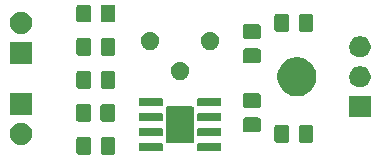
<source format=gbr>
G04 #@! TF.GenerationSoftware,KiCad,Pcbnew,5.1.5-52549c5~86~ubuntu16.04.1*
G04 #@! TF.CreationDate,2020-07-27T16:21:35+05:30*
G04 #@! TF.ProjectId,IR_Sensor_Module_V1.0,49525f53-656e-4736-9f72-5f4d6f64756c,V1.0*
G04 #@! TF.SameCoordinates,Original*
G04 #@! TF.FileFunction,Soldermask,Top*
G04 #@! TF.FilePolarity,Negative*
%FSLAX46Y46*%
G04 Gerber Fmt 4.6, Leading zero omitted, Abs format (unit mm)*
G04 Created by KiCad (PCBNEW 5.1.5-52549c5~86~ubuntu16.04.1) date 2020-07-27 16:21:35*
%MOMM*%
%LPD*%
G04 APERTURE LIST*
%ADD10C,0.100000*%
G04 APERTURE END LIST*
D10*
G36*
X138140674Y-99837465D02*
G01*
X138178367Y-99848899D01*
X138213103Y-99867466D01*
X138243548Y-99892452D01*
X138268534Y-99922897D01*
X138287101Y-99957633D01*
X138298535Y-99995326D01*
X138303000Y-100040661D01*
X138303000Y-101127339D01*
X138298535Y-101172674D01*
X138287101Y-101210367D01*
X138268534Y-101245103D01*
X138243548Y-101275548D01*
X138213103Y-101300534D01*
X138178367Y-101319101D01*
X138140674Y-101330535D01*
X138095339Y-101335000D01*
X137258661Y-101335000D01*
X137213326Y-101330535D01*
X137175633Y-101319101D01*
X137140897Y-101300534D01*
X137110452Y-101275548D01*
X137085466Y-101245103D01*
X137066899Y-101210367D01*
X137055465Y-101172674D01*
X137051000Y-101127339D01*
X137051000Y-100040661D01*
X137055465Y-99995326D01*
X137066899Y-99957633D01*
X137085466Y-99922897D01*
X137110452Y-99892452D01*
X137140897Y-99867466D01*
X137175633Y-99848899D01*
X137213326Y-99837465D01*
X137258661Y-99833000D01*
X138095339Y-99833000D01*
X138140674Y-99837465D01*
G37*
G36*
X136090674Y-99837465D02*
G01*
X136128367Y-99848899D01*
X136163103Y-99867466D01*
X136193548Y-99892452D01*
X136218534Y-99922897D01*
X136237101Y-99957633D01*
X136248535Y-99995326D01*
X136253000Y-100040661D01*
X136253000Y-101127339D01*
X136248535Y-101172674D01*
X136237101Y-101210367D01*
X136218534Y-101245103D01*
X136193548Y-101275548D01*
X136163103Y-101300534D01*
X136128367Y-101319101D01*
X136090674Y-101330535D01*
X136045339Y-101335000D01*
X135208661Y-101335000D01*
X135163326Y-101330535D01*
X135125633Y-101319101D01*
X135090897Y-101300534D01*
X135060452Y-101275548D01*
X135035466Y-101245103D01*
X135016899Y-101210367D01*
X135005465Y-101172674D01*
X135001000Y-101127339D01*
X135001000Y-100040661D01*
X135005465Y-99995326D01*
X135016899Y-99957633D01*
X135035466Y-99922897D01*
X135060452Y-99892452D01*
X135090897Y-99867466D01*
X135125633Y-99848899D01*
X135163326Y-99837465D01*
X135208661Y-99833000D01*
X136045339Y-99833000D01*
X136090674Y-99837465D01*
G37*
G36*
X147173928Y-100362764D02*
G01*
X147195009Y-100369160D01*
X147214445Y-100379548D01*
X147231476Y-100393524D01*
X147245452Y-100410555D01*
X147255840Y-100429991D01*
X147262236Y-100451072D01*
X147265000Y-100479140D01*
X147265000Y-100942860D01*
X147262236Y-100970928D01*
X147255840Y-100992009D01*
X147245452Y-101011445D01*
X147231476Y-101028476D01*
X147214445Y-101042452D01*
X147195009Y-101052840D01*
X147173928Y-101059236D01*
X147145860Y-101062000D01*
X145332140Y-101062000D01*
X145304072Y-101059236D01*
X145282991Y-101052840D01*
X145263555Y-101042452D01*
X145246524Y-101028476D01*
X145232548Y-101011445D01*
X145222160Y-100992009D01*
X145215764Y-100970928D01*
X145213000Y-100942860D01*
X145213000Y-100479140D01*
X145215764Y-100451072D01*
X145222160Y-100429991D01*
X145232548Y-100410555D01*
X145246524Y-100393524D01*
X145263555Y-100379548D01*
X145282991Y-100369160D01*
X145304072Y-100362764D01*
X145332140Y-100360000D01*
X147145860Y-100360000D01*
X147173928Y-100362764D01*
G37*
G36*
X142223928Y-100362764D02*
G01*
X142245009Y-100369160D01*
X142264445Y-100379548D01*
X142281476Y-100393524D01*
X142295452Y-100410555D01*
X142305840Y-100429991D01*
X142312236Y-100451072D01*
X142315000Y-100479140D01*
X142315000Y-100942860D01*
X142312236Y-100970928D01*
X142305840Y-100992009D01*
X142295452Y-101011445D01*
X142281476Y-101028476D01*
X142264445Y-101042452D01*
X142245009Y-101052840D01*
X142223928Y-101059236D01*
X142195860Y-101062000D01*
X140382140Y-101062000D01*
X140354072Y-101059236D01*
X140332991Y-101052840D01*
X140313555Y-101042452D01*
X140296524Y-101028476D01*
X140282548Y-101011445D01*
X140272160Y-100992009D01*
X140265764Y-100970928D01*
X140263000Y-100942860D01*
X140263000Y-100479140D01*
X140265764Y-100451072D01*
X140272160Y-100429991D01*
X140282548Y-100410555D01*
X140296524Y-100393524D01*
X140313555Y-100379548D01*
X140332991Y-100369160D01*
X140354072Y-100362764D01*
X140382140Y-100360000D01*
X142195860Y-100360000D01*
X142223928Y-100362764D01*
G37*
G36*
X130579395Y-98653546D02*
G01*
X130752466Y-98725234D01*
X130752467Y-98725235D01*
X130908227Y-98829310D01*
X131040690Y-98961773D01*
X131040691Y-98961775D01*
X131144766Y-99117534D01*
X131216454Y-99290605D01*
X131253000Y-99474333D01*
X131253000Y-99661667D01*
X131216454Y-99845395D01*
X131144766Y-100018466D01*
X131144765Y-100018467D01*
X131040690Y-100174227D01*
X130908227Y-100306690D01*
X130874906Y-100328954D01*
X130752466Y-100410766D01*
X130579395Y-100482454D01*
X130395667Y-100519000D01*
X130208333Y-100519000D01*
X130024605Y-100482454D01*
X129851534Y-100410766D01*
X129729094Y-100328954D01*
X129695773Y-100306690D01*
X129563310Y-100174227D01*
X129459235Y-100018467D01*
X129459234Y-100018466D01*
X129387546Y-99845395D01*
X129351000Y-99661667D01*
X129351000Y-99474333D01*
X129387546Y-99290605D01*
X129459234Y-99117534D01*
X129563309Y-98961775D01*
X129563310Y-98961773D01*
X129695773Y-98829310D01*
X129851533Y-98725235D01*
X129851534Y-98725234D01*
X130024605Y-98653546D01*
X130208333Y-98617000D01*
X130395667Y-98617000D01*
X130579395Y-98653546D01*
G37*
G36*
X144828336Y-97258733D02*
G01*
X144858883Y-97267999D01*
X144887033Y-97283046D01*
X144911706Y-97303294D01*
X144931954Y-97327967D01*
X144947001Y-97356117D01*
X144956267Y-97386664D01*
X144960000Y-97424567D01*
X144960000Y-100187433D01*
X144956267Y-100225336D01*
X144947001Y-100255883D01*
X144931954Y-100284033D01*
X144911706Y-100308706D01*
X144887033Y-100328954D01*
X144858883Y-100344001D01*
X144828336Y-100353267D01*
X144790433Y-100357000D01*
X142737567Y-100357000D01*
X142699664Y-100353267D01*
X142669117Y-100344001D01*
X142640967Y-100328954D01*
X142616294Y-100308706D01*
X142596046Y-100284033D01*
X142580999Y-100255883D01*
X142571733Y-100225336D01*
X142568000Y-100187433D01*
X142568000Y-97424567D01*
X142571733Y-97386664D01*
X142580999Y-97356117D01*
X142596046Y-97327967D01*
X142616294Y-97303294D01*
X142640967Y-97283046D01*
X142669117Y-97267999D01*
X142699664Y-97258733D01*
X142737567Y-97255000D01*
X144790433Y-97255000D01*
X144828336Y-97258733D01*
G37*
G36*
X152854674Y-98821465D02*
G01*
X152892367Y-98832899D01*
X152927103Y-98851466D01*
X152957548Y-98876452D01*
X152982534Y-98906897D01*
X153001101Y-98941633D01*
X153012535Y-98979326D01*
X153017000Y-99024661D01*
X153017000Y-100111339D01*
X153012535Y-100156674D01*
X153001101Y-100194367D01*
X152982534Y-100229103D01*
X152957548Y-100259548D01*
X152927103Y-100284534D01*
X152892367Y-100303101D01*
X152854674Y-100314535D01*
X152809339Y-100319000D01*
X151972661Y-100319000D01*
X151927326Y-100314535D01*
X151889633Y-100303101D01*
X151854897Y-100284534D01*
X151824452Y-100259548D01*
X151799466Y-100229103D01*
X151780899Y-100194367D01*
X151769465Y-100156674D01*
X151765000Y-100111339D01*
X151765000Y-99024661D01*
X151769465Y-98979326D01*
X151780899Y-98941633D01*
X151799466Y-98906897D01*
X151824452Y-98876452D01*
X151854897Y-98851466D01*
X151889633Y-98832899D01*
X151927326Y-98821465D01*
X151972661Y-98817000D01*
X152809339Y-98817000D01*
X152854674Y-98821465D01*
G37*
G36*
X154904674Y-98821465D02*
G01*
X154942367Y-98832899D01*
X154977103Y-98851466D01*
X155007548Y-98876452D01*
X155032534Y-98906897D01*
X155051101Y-98941633D01*
X155062535Y-98979326D01*
X155067000Y-99024661D01*
X155067000Y-100111339D01*
X155062535Y-100156674D01*
X155051101Y-100194367D01*
X155032534Y-100229103D01*
X155007548Y-100259548D01*
X154977103Y-100284534D01*
X154942367Y-100303101D01*
X154904674Y-100314535D01*
X154859339Y-100319000D01*
X154022661Y-100319000D01*
X153977326Y-100314535D01*
X153939633Y-100303101D01*
X153904897Y-100284534D01*
X153874452Y-100259548D01*
X153849466Y-100229103D01*
X153830899Y-100194367D01*
X153819465Y-100156674D01*
X153815000Y-100111339D01*
X153815000Y-99024661D01*
X153819465Y-98979326D01*
X153830899Y-98941633D01*
X153849466Y-98906897D01*
X153874452Y-98876452D01*
X153904897Y-98851466D01*
X153939633Y-98832899D01*
X153977326Y-98821465D01*
X154022661Y-98817000D01*
X154859339Y-98817000D01*
X154904674Y-98821465D01*
G37*
G36*
X142223928Y-99092764D02*
G01*
X142245009Y-99099160D01*
X142264445Y-99109548D01*
X142281476Y-99123524D01*
X142295452Y-99140555D01*
X142305840Y-99159991D01*
X142312236Y-99181072D01*
X142315000Y-99209140D01*
X142315000Y-99672860D01*
X142312236Y-99700928D01*
X142305840Y-99722009D01*
X142295452Y-99741445D01*
X142281476Y-99758476D01*
X142264445Y-99772452D01*
X142245009Y-99782840D01*
X142223928Y-99789236D01*
X142195860Y-99792000D01*
X140382140Y-99792000D01*
X140354072Y-99789236D01*
X140332991Y-99782840D01*
X140313555Y-99772452D01*
X140296524Y-99758476D01*
X140282548Y-99741445D01*
X140272160Y-99722009D01*
X140265764Y-99700928D01*
X140263000Y-99672860D01*
X140263000Y-99209140D01*
X140265764Y-99181072D01*
X140272160Y-99159991D01*
X140282548Y-99140555D01*
X140296524Y-99123524D01*
X140313555Y-99109548D01*
X140332991Y-99099160D01*
X140354072Y-99092764D01*
X140382140Y-99090000D01*
X142195860Y-99090000D01*
X142223928Y-99092764D01*
G37*
G36*
X147173928Y-99092764D02*
G01*
X147195009Y-99099160D01*
X147214445Y-99109548D01*
X147231476Y-99123524D01*
X147245452Y-99140555D01*
X147255840Y-99159991D01*
X147262236Y-99181072D01*
X147265000Y-99209140D01*
X147265000Y-99672860D01*
X147262236Y-99700928D01*
X147255840Y-99722009D01*
X147245452Y-99741445D01*
X147231476Y-99758476D01*
X147214445Y-99772452D01*
X147195009Y-99782840D01*
X147173928Y-99789236D01*
X147145860Y-99792000D01*
X145332140Y-99792000D01*
X145304072Y-99789236D01*
X145282991Y-99782840D01*
X145263555Y-99772452D01*
X145246524Y-99758476D01*
X145232548Y-99741445D01*
X145222160Y-99722009D01*
X145215764Y-99700928D01*
X145213000Y-99672860D01*
X145213000Y-99209140D01*
X145215764Y-99181072D01*
X145222160Y-99159991D01*
X145232548Y-99140555D01*
X145246524Y-99123524D01*
X145263555Y-99109548D01*
X145282991Y-99099160D01*
X145304072Y-99092764D01*
X145332140Y-99090000D01*
X147145860Y-99090000D01*
X147173928Y-99092764D01*
G37*
G36*
X150448674Y-98193465D02*
G01*
X150486367Y-98204899D01*
X150521103Y-98223466D01*
X150551548Y-98248452D01*
X150576534Y-98278897D01*
X150595101Y-98313633D01*
X150606535Y-98351326D01*
X150611000Y-98396661D01*
X150611000Y-99233339D01*
X150606535Y-99278674D01*
X150595101Y-99316367D01*
X150576534Y-99351103D01*
X150551548Y-99381548D01*
X150521103Y-99406534D01*
X150486367Y-99425101D01*
X150448674Y-99436535D01*
X150403339Y-99441000D01*
X149316661Y-99441000D01*
X149271326Y-99436535D01*
X149233633Y-99425101D01*
X149198897Y-99406534D01*
X149168452Y-99381548D01*
X149143466Y-99351103D01*
X149124899Y-99316367D01*
X149113465Y-99278674D01*
X149109000Y-99233339D01*
X149109000Y-98396661D01*
X149113465Y-98351326D01*
X149124899Y-98313633D01*
X149143466Y-98278897D01*
X149168452Y-98248452D01*
X149198897Y-98223466D01*
X149233633Y-98204899D01*
X149271326Y-98193465D01*
X149316661Y-98189000D01*
X150403339Y-98189000D01*
X150448674Y-98193465D01*
G37*
G36*
X136081674Y-97043465D02*
G01*
X136119367Y-97054899D01*
X136154103Y-97073466D01*
X136184548Y-97098452D01*
X136209534Y-97128897D01*
X136228101Y-97163633D01*
X136239535Y-97201326D01*
X136244000Y-97246661D01*
X136244000Y-98333339D01*
X136239535Y-98378674D01*
X136228101Y-98416367D01*
X136209534Y-98451103D01*
X136184548Y-98481548D01*
X136154103Y-98506534D01*
X136119367Y-98525101D01*
X136081674Y-98536535D01*
X136036339Y-98541000D01*
X135199661Y-98541000D01*
X135154326Y-98536535D01*
X135116633Y-98525101D01*
X135081897Y-98506534D01*
X135051452Y-98481548D01*
X135026466Y-98451103D01*
X135007899Y-98416367D01*
X134996465Y-98378674D01*
X134992000Y-98333339D01*
X134992000Y-97246661D01*
X134996465Y-97201326D01*
X135007899Y-97163633D01*
X135026466Y-97128897D01*
X135051452Y-97098452D01*
X135081897Y-97073466D01*
X135116633Y-97054899D01*
X135154326Y-97043465D01*
X135199661Y-97039000D01*
X136036339Y-97039000D01*
X136081674Y-97043465D01*
G37*
G36*
X138131674Y-97043465D02*
G01*
X138169367Y-97054899D01*
X138204103Y-97073466D01*
X138234548Y-97098452D01*
X138259534Y-97128897D01*
X138278101Y-97163633D01*
X138289535Y-97201326D01*
X138294000Y-97246661D01*
X138294000Y-98333339D01*
X138289535Y-98378674D01*
X138278101Y-98416367D01*
X138259534Y-98451103D01*
X138234548Y-98481548D01*
X138204103Y-98506534D01*
X138169367Y-98525101D01*
X138131674Y-98536535D01*
X138086339Y-98541000D01*
X137249661Y-98541000D01*
X137204326Y-98536535D01*
X137166633Y-98525101D01*
X137131897Y-98506534D01*
X137101452Y-98481548D01*
X137076466Y-98451103D01*
X137057899Y-98416367D01*
X137046465Y-98378674D01*
X137042000Y-98333339D01*
X137042000Y-97246661D01*
X137046465Y-97201326D01*
X137057899Y-97163633D01*
X137076466Y-97128897D01*
X137101452Y-97098452D01*
X137131897Y-97073466D01*
X137166633Y-97054899D01*
X137204326Y-97043465D01*
X137249661Y-97039000D01*
X138086339Y-97039000D01*
X138131674Y-97043465D01*
G37*
G36*
X142223928Y-97822764D02*
G01*
X142245009Y-97829160D01*
X142264445Y-97839548D01*
X142281476Y-97853524D01*
X142295452Y-97870555D01*
X142305840Y-97889991D01*
X142312236Y-97911072D01*
X142315000Y-97939140D01*
X142315000Y-98402860D01*
X142312236Y-98430928D01*
X142305840Y-98452009D01*
X142295452Y-98471445D01*
X142281476Y-98488476D01*
X142264445Y-98502452D01*
X142245009Y-98512840D01*
X142223928Y-98519236D01*
X142195860Y-98522000D01*
X140382140Y-98522000D01*
X140354072Y-98519236D01*
X140332991Y-98512840D01*
X140313555Y-98502452D01*
X140296524Y-98488476D01*
X140282548Y-98471445D01*
X140272160Y-98452009D01*
X140265764Y-98430928D01*
X140263000Y-98402860D01*
X140263000Y-97939140D01*
X140265764Y-97911072D01*
X140272160Y-97889991D01*
X140282548Y-97870555D01*
X140296524Y-97853524D01*
X140313555Y-97839548D01*
X140332991Y-97829160D01*
X140354072Y-97822764D01*
X140382140Y-97820000D01*
X142195860Y-97820000D01*
X142223928Y-97822764D01*
G37*
G36*
X147173928Y-97822764D02*
G01*
X147195009Y-97829160D01*
X147214445Y-97839548D01*
X147231476Y-97853524D01*
X147245452Y-97870555D01*
X147255840Y-97889991D01*
X147262236Y-97911072D01*
X147265000Y-97939140D01*
X147265000Y-98402860D01*
X147262236Y-98430928D01*
X147255840Y-98452009D01*
X147245452Y-98471445D01*
X147231476Y-98488476D01*
X147214445Y-98502452D01*
X147195009Y-98512840D01*
X147173928Y-98519236D01*
X147145860Y-98522000D01*
X145332140Y-98522000D01*
X145304072Y-98519236D01*
X145282991Y-98512840D01*
X145263555Y-98502452D01*
X145246524Y-98488476D01*
X145232548Y-98471445D01*
X145222160Y-98452009D01*
X145215764Y-98430928D01*
X145213000Y-98402860D01*
X145213000Y-97939140D01*
X145215764Y-97911072D01*
X145222160Y-97889991D01*
X145232548Y-97870555D01*
X145246524Y-97853524D01*
X145263555Y-97839548D01*
X145282991Y-97829160D01*
X145304072Y-97822764D01*
X145332140Y-97820000D01*
X147145860Y-97820000D01*
X147173928Y-97822764D01*
G37*
G36*
X159905000Y-98183000D02*
G01*
X158103000Y-98183000D01*
X158103000Y-96381000D01*
X159905000Y-96381000D01*
X159905000Y-98183000D01*
G37*
G36*
X131253000Y-97979000D02*
G01*
X129351000Y-97979000D01*
X129351000Y-96077000D01*
X131253000Y-96077000D01*
X131253000Y-97979000D01*
G37*
G36*
X150448674Y-96143465D02*
G01*
X150486367Y-96154899D01*
X150521103Y-96173466D01*
X150551548Y-96198452D01*
X150576534Y-96228897D01*
X150595101Y-96263633D01*
X150606535Y-96301326D01*
X150611000Y-96346661D01*
X150611000Y-97183339D01*
X150606535Y-97228674D01*
X150595101Y-97266367D01*
X150576534Y-97301103D01*
X150551548Y-97331548D01*
X150521103Y-97356534D01*
X150486367Y-97375101D01*
X150448674Y-97386535D01*
X150403339Y-97391000D01*
X149316661Y-97391000D01*
X149271326Y-97386535D01*
X149233633Y-97375101D01*
X149198897Y-97356534D01*
X149168452Y-97331548D01*
X149143466Y-97301103D01*
X149124899Y-97266367D01*
X149113465Y-97228674D01*
X149109000Y-97183339D01*
X149109000Y-96346661D01*
X149113465Y-96301326D01*
X149124899Y-96263633D01*
X149143466Y-96228897D01*
X149168452Y-96198452D01*
X149198897Y-96173466D01*
X149233633Y-96154899D01*
X149271326Y-96143465D01*
X149316661Y-96139000D01*
X150403339Y-96139000D01*
X150448674Y-96143465D01*
G37*
G36*
X147173928Y-96552764D02*
G01*
X147195009Y-96559160D01*
X147214445Y-96569548D01*
X147231476Y-96583524D01*
X147245452Y-96600555D01*
X147255840Y-96619991D01*
X147262236Y-96641072D01*
X147265000Y-96669140D01*
X147265000Y-97132860D01*
X147262236Y-97160928D01*
X147255840Y-97182009D01*
X147245452Y-97201445D01*
X147231476Y-97218476D01*
X147214445Y-97232452D01*
X147195009Y-97242840D01*
X147173928Y-97249236D01*
X147145860Y-97252000D01*
X145332140Y-97252000D01*
X145304072Y-97249236D01*
X145282991Y-97242840D01*
X145263555Y-97232452D01*
X145246524Y-97218476D01*
X145232548Y-97201445D01*
X145222160Y-97182009D01*
X145215764Y-97160928D01*
X145213000Y-97132860D01*
X145213000Y-96669140D01*
X145215764Y-96641072D01*
X145222160Y-96619991D01*
X145232548Y-96600555D01*
X145246524Y-96583524D01*
X145263555Y-96569548D01*
X145282991Y-96559160D01*
X145304072Y-96552764D01*
X145332140Y-96550000D01*
X147145860Y-96550000D01*
X147173928Y-96552764D01*
G37*
G36*
X142223928Y-96552764D02*
G01*
X142245009Y-96559160D01*
X142264445Y-96569548D01*
X142281476Y-96583524D01*
X142295452Y-96600555D01*
X142305840Y-96619991D01*
X142312236Y-96641072D01*
X142315000Y-96669140D01*
X142315000Y-97132860D01*
X142312236Y-97160928D01*
X142305840Y-97182009D01*
X142295452Y-97201445D01*
X142281476Y-97218476D01*
X142264445Y-97232452D01*
X142245009Y-97242840D01*
X142223928Y-97249236D01*
X142195860Y-97252000D01*
X140382140Y-97252000D01*
X140354072Y-97249236D01*
X140332991Y-97242840D01*
X140313555Y-97232452D01*
X140296524Y-97218476D01*
X140282548Y-97201445D01*
X140272160Y-97182009D01*
X140265764Y-97160928D01*
X140263000Y-97132860D01*
X140263000Y-96669140D01*
X140265764Y-96641072D01*
X140272160Y-96619991D01*
X140282548Y-96600555D01*
X140296524Y-96583524D01*
X140313555Y-96569548D01*
X140332991Y-96559160D01*
X140354072Y-96552764D01*
X140382140Y-96550000D01*
X142195860Y-96550000D01*
X142223928Y-96552764D01*
G37*
G36*
X154045256Y-93133298D02*
G01*
X154151579Y-93154447D01*
X154452042Y-93278903D01*
X154722451Y-93459585D01*
X154952415Y-93689549D01*
X155133097Y-93959958D01*
X155257553Y-94260421D01*
X155268452Y-94315216D01*
X155321000Y-94579389D01*
X155321000Y-94904611D01*
X155301031Y-95005000D01*
X155257553Y-95223579D01*
X155133097Y-95524042D01*
X154952415Y-95794451D01*
X154722451Y-96024415D01*
X154452042Y-96205097D01*
X154151579Y-96329553D01*
X154065571Y-96346661D01*
X153832611Y-96393000D01*
X153507389Y-96393000D01*
X153274429Y-96346661D01*
X153188421Y-96329553D01*
X152887958Y-96205097D01*
X152617549Y-96024415D01*
X152387585Y-95794451D01*
X152206903Y-95524042D01*
X152082447Y-95223579D01*
X152038969Y-95005000D01*
X152019000Y-94904611D01*
X152019000Y-94579389D01*
X152071548Y-94315216D01*
X152082447Y-94260421D01*
X152206903Y-93959958D01*
X152387585Y-93689549D01*
X152617549Y-93459585D01*
X152887958Y-93278903D01*
X153188421Y-93154447D01*
X153294744Y-93133298D01*
X153507389Y-93091000D01*
X153832611Y-93091000D01*
X154045256Y-93133298D01*
G37*
G36*
X138140674Y-94249465D02*
G01*
X138178367Y-94260899D01*
X138213103Y-94279466D01*
X138243548Y-94304452D01*
X138268534Y-94334897D01*
X138287101Y-94369633D01*
X138298535Y-94407326D01*
X138303000Y-94452661D01*
X138303000Y-95539339D01*
X138298535Y-95584674D01*
X138287101Y-95622367D01*
X138268534Y-95657103D01*
X138243548Y-95687548D01*
X138213103Y-95712534D01*
X138178367Y-95731101D01*
X138140674Y-95742535D01*
X138095339Y-95747000D01*
X137258661Y-95747000D01*
X137213326Y-95742535D01*
X137175633Y-95731101D01*
X137140897Y-95712534D01*
X137110452Y-95687548D01*
X137085466Y-95657103D01*
X137066899Y-95622367D01*
X137055465Y-95584674D01*
X137051000Y-95539339D01*
X137051000Y-94452661D01*
X137055465Y-94407326D01*
X137066899Y-94369633D01*
X137085466Y-94334897D01*
X137110452Y-94304452D01*
X137140897Y-94279466D01*
X137175633Y-94260899D01*
X137213326Y-94249465D01*
X137258661Y-94245000D01*
X138095339Y-94245000D01*
X138140674Y-94249465D01*
G37*
G36*
X136090674Y-94249465D02*
G01*
X136128367Y-94260899D01*
X136163103Y-94279466D01*
X136193548Y-94304452D01*
X136218534Y-94334897D01*
X136237101Y-94369633D01*
X136248535Y-94407326D01*
X136253000Y-94452661D01*
X136253000Y-95539339D01*
X136248535Y-95584674D01*
X136237101Y-95622367D01*
X136218534Y-95657103D01*
X136193548Y-95687548D01*
X136163103Y-95712534D01*
X136128367Y-95731101D01*
X136090674Y-95742535D01*
X136045339Y-95747000D01*
X135208661Y-95747000D01*
X135163326Y-95742535D01*
X135125633Y-95731101D01*
X135090897Y-95712534D01*
X135060452Y-95687548D01*
X135035466Y-95657103D01*
X135016899Y-95622367D01*
X135005465Y-95584674D01*
X135001000Y-95539339D01*
X135001000Y-94452661D01*
X135005465Y-94407326D01*
X135016899Y-94369633D01*
X135035466Y-94334897D01*
X135060452Y-94304452D01*
X135090897Y-94279466D01*
X135125633Y-94260899D01*
X135163326Y-94249465D01*
X135208661Y-94245000D01*
X136045339Y-94245000D01*
X136090674Y-94249465D01*
G37*
G36*
X159117512Y-93845927D02*
G01*
X159266812Y-93875624D01*
X159430784Y-93943544D01*
X159578354Y-94042147D01*
X159703853Y-94167646D01*
X159802456Y-94315216D01*
X159870376Y-94479188D01*
X159905000Y-94653259D01*
X159905000Y-94830741D01*
X159870376Y-95004812D01*
X159802456Y-95168784D01*
X159703853Y-95316354D01*
X159578354Y-95441853D01*
X159430784Y-95540456D01*
X159266812Y-95608376D01*
X159117512Y-95638073D01*
X159092742Y-95643000D01*
X158915258Y-95643000D01*
X158890488Y-95638073D01*
X158741188Y-95608376D01*
X158577216Y-95540456D01*
X158429646Y-95441853D01*
X158304147Y-95316354D01*
X158205544Y-95168784D01*
X158137624Y-95004812D01*
X158103000Y-94830741D01*
X158103000Y-94653259D01*
X158137624Y-94479188D01*
X158205544Y-94315216D01*
X158304147Y-94167646D01*
X158429646Y-94042147D01*
X158577216Y-93943544D01*
X158741188Y-93875624D01*
X158890488Y-93845927D01*
X158915258Y-93841000D01*
X159092742Y-93841000D01*
X159117512Y-93845927D01*
G37*
G36*
X143889589Y-93472876D02*
G01*
X143988893Y-93492629D01*
X144129206Y-93550748D01*
X144255484Y-93635125D01*
X144362875Y-93742516D01*
X144447252Y-93868794D01*
X144505371Y-94009107D01*
X144535000Y-94158063D01*
X144535000Y-94309937D01*
X144505371Y-94458893D01*
X144447252Y-94599206D01*
X144362875Y-94725484D01*
X144255484Y-94832875D01*
X144129206Y-94917252D01*
X143988893Y-94975371D01*
X143889589Y-94995124D01*
X143839938Y-95005000D01*
X143688062Y-95005000D01*
X143638411Y-94995124D01*
X143539107Y-94975371D01*
X143398794Y-94917252D01*
X143272516Y-94832875D01*
X143165125Y-94725484D01*
X143080748Y-94599206D01*
X143022629Y-94458893D01*
X142993000Y-94309937D01*
X142993000Y-94158063D01*
X143022629Y-94009107D01*
X143080748Y-93868794D01*
X143165125Y-93742516D01*
X143272516Y-93635125D01*
X143398794Y-93550748D01*
X143539107Y-93492629D01*
X143638411Y-93472876D01*
X143688062Y-93463000D01*
X143839938Y-93463000D01*
X143889589Y-93472876D01*
G37*
G36*
X131253000Y-93661000D02*
G01*
X129351000Y-93661000D01*
X129351000Y-91759000D01*
X131253000Y-91759000D01*
X131253000Y-93661000D01*
G37*
G36*
X150448674Y-92351465D02*
G01*
X150486367Y-92362899D01*
X150521103Y-92381466D01*
X150551548Y-92406452D01*
X150576534Y-92436897D01*
X150595101Y-92471633D01*
X150606535Y-92509326D01*
X150611000Y-92554661D01*
X150611000Y-93391339D01*
X150606535Y-93436674D01*
X150595101Y-93474367D01*
X150576534Y-93509103D01*
X150551548Y-93539548D01*
X150521103Y-93564534D01*
X150486367Y-93583101D01*
X150448674Y-93594535D01*
X150403339Y-93599000D01*
X149316661Y-93599000D01*
X149271326Y-93594535D01*
X149233633Y-93583101D01*
X149198897Y-93564534D01*
X149168452Y-93539548D01*
X149143466Y-93509103D01*
X149124899Y-93474367D01*
X149113465Y-93436674D01*
X149109000Y-93391339D01*
X149109000Y-92554661D01*
X149113465Y-92509326D01*
X149124899Y-92471633D01*
X149143466Y-92436897D01*
X149168452Y-92406452D01*
X149198897Y-92381466D01*
X149233633Y-92362899D01*
X149271326Y-92351465D01*
X149316661Y-92347000D01*
X150403339Y-92347000D01*
X150448674Y-92351465D01*
G37*
G36*
X159117512Y-91305927D02*
G01*
X159266812Y-91335624D01*
X159430784Y-91403544D01*
X159578354Y-91502147D01*
X159703853Y-91627646D01*
X159802456Y-91775216D01*
X159870376Y-91939188D01*
X159905000Y-92113259D01*
X159905000Y-92290741D01*
X159870376Y-92464812D01*
X159802456Y-92628784D01*
X159703853Y-92776354D01*
X159578354Y-92901853D01*
X159430784Y-93000456D01*
X159266812Y-93068376D01*
X159117512Y-93098073D01*
X159092742Y-93103000D01*
X158915258Y-93103000D01*
X158890488Y-93098073D01*
X158741188Y-93068376D01*
X158577216Y-93000456D01*
X158429646Y-92901853D01*
X158304147Y-92776354D01*
X158205544Y-92628784D01*
X158137624Y-92464812D01*
X158103000Y-92290741D01*
X158103000Y-92113259D01*
X158137624Y-91939188D01*
X158205544Y-91775216D01*
X158304147Y-91627646D01*
X158429646Y-91502147D01*
X158577216Y-91403544D01*
X158741188Y-91335624D01*
X158890488Y-91305927D01*
X158915258Y-91301000D01*
X159092742Y-91301000D01*
X159117512Y-91305927D01*
G37*
G36*
X138140674Y-91455465D02*
G01*
X138178367Y-91466899D01*
X138213103Y-91485466D01*
X138243548Y-91510452D01*
X138268534Y-91540897D01*
X138287101Y-91575633D01*
X138298535Y-91613326D01*
X138303000Y-91658661D01*
X138303000Y-92745339D01*
X138298535Y-92790674D01*
X138287101Y-92828367D01*
X138268534Y-92863103D01*
X138243548Y-92893548D01*
X138213103Y-92918534D01*
X138178367Y-92937101D01*
X138140674Y-92948535D01*
X138095339Y-92953000D01*
X137258661Y-92953000D01*
X137213326Y-92948535D01*
X137175633Y-92937101D01*
X137140897Y-92918534D01*
X137110452Y-92893548D01*
X137085466Y-92863103D01*
X137066899Y-92828367D01*
X137055465Y-92790674D01*
X137051000Y-92745339D01*
X137051000Y-91658661D01*
X137055465Y-91613326D01*
X137066899Y-91575633D01*
X137085466Y-91540897D01*
X137110452Y-91510452D01*
X137140897Y-91485466D01*
X137175633Y-91466899D01*
X137213326Y-91455465D01*
X137258661Y-91451000D01*
X138095339Y-91451000D01*
X138140674Y-91455465D01*
G37*
G36*
X136090674Y-91455465D02*
G01*
X136128367Y-91466899D01*
X136163103Y-91485466D01*
X136193548Y-91510452D01*
X136218534Y-91540897D01*
X136237101Y-91575633D01*
X136248535Y-91613326D01*
X136253000Y-91658661D01*
X136253000Y-92745339D01*
X136248535Y-92790674D01*
X136237101Y-92828367D01*
X136218534Y-92863103D01*
X136193548Y-92893548D01*
X136163103Y-92918534D01*
X136128367Y-92937101D01*
X136090674Y-92948535D01*
X136045339Y-92953000D01*
X135208661Y-92953000D01*
X135163326Y-92948535D01*
X135125633Y-92937101D01*
X135090897Y-92918534D01*
X135060452Y-92893548D01*
X135035466Y-92863103D01*
X135016899Y-92828367D01*
X135005465Y-92790674D01*
X135001000Y-92745339D01*
X135001000Y-91658661D01*
X135005465Y-91613326D01*
X135016899Y-91575633D01*
X135035466Y-91540897D01*
X135060452Y-91510452D01*
X135090897Y-91485466D01*
X135125633Y-91466899D01*
X135163326Y-91455465D01*
X135208661Y-91451000D01*
X136045339Y-91451000D01*
X136090674Y-91455465D01*
G37*
G36*
X146429589Y-90932876D02*
G01*
X146528893Y-90952629D01*
X146669206Y-91010748D01*
X146795484Y-91095125D01*
X146902875Y-91202516D01*
X146987252Y-91328794D01*
X147045371Y-91469107D01*
X147075000Y-91618063D01*
X147075000Y-91769937D01*
X147045371Y-91918893D01*
X146987252Y-92059206D01*
X146902875Y-92185484D01*
X146795484Y-92292875D01*
X146669206Y-92377252D01*
X146528893Y-92435371D01*
X146429589Y-92455124D01*
X146379938Y-92465000D01*
X146228062Y-92465000D01*
X146178411Y-92455124D01*
X146079107Y-92435371D01*
X145938794Y-92377252D01*
X145812516Y-92292875D01*
X145705125Y-92185484D01*
X145620748Y-92059206D01*
X145562629Y-91918893D01*
X145533000Y-91769937D01*
X145533000Y-91618063D01*
X145562629Y-91469107D01*
X145620748Y-91328794D01*
X145705125Y-91202516D01*
X145812516Y-91095125D01*
X145938794Y-91010748D01*
X146079107Y-90952629D01*
X146178411Y-90932876D01*
X146228062Y-90923000D01*
X146379938Y-90923000D01*
X146429589Y-90932876D01*
G37*
G36*
X141349589Y-90932876D02*
G01*
X141448893Y-90952629D01*
X141589206Y-91010748D01*
X141715484Y-91095125D01*
X141822875Y-91202516D01*
X141907252Y-91328794D01*
X141965371Y-91469107D01*
X141995000Y-91618063D01*
X141995000Y-91769937D01*
X141965371Y-91918893D01*
X141907252Y-92059206D01*
X141822875Y-92185484D01*
X141715484Y-92292875D01*
X141589206Y-92377252D01*
X141448893Y-92435371D01*
X141349589Y-92455124D01*
X141299938Y-92465000D01*
X141148062Y-92465000D01*
X141098411Y-92455124D01*
X140999107Y-92435371D01*
X140858794Y-92377252D01*
X140732516Y-92292875D01*
X140625125Y-92185484D01*
X140540748Y-92059206D01*
X140482629Y-91918893D01*
X140453000Y-91769937D01*
X140453000Y-91618063D01*
X140482629Y-91469107D01*
X140540748Y-91328794D01*
X140625125Y-91202516D01*
X140732516Y-91095125D01*
X140858794Y-91010748D01*
X140999107Y-90952629D01*
X141098411Y-90932876D01*
X141148062Y-90923000D01*
X141299938Y-90923000D01*
X141349589Y-90932876D01*
G37*
G36*
X150448674Y-90301465D02*
G01*
X150486367Y-90312899D01*
X150521103Y-90331466D01*
X150551548Y-90356452D01*
X150576534Y-90386897D01*
X150595101Y-90421633D01*
X150606535Y-90459326D01*
X150611000Y-90504661D01*
X150611000Y-91341339D01*
X150606535Y-91386674D01*
X150595101Y-91424367D01*
X150576534Y-91459103D01*
X150551548Y-91489548D01*
X150521103Y-91514534D01*
X150486367Y-91533101D01*
X150448674Y-91544535D01*
X150403339Y-91549000D01*
X149316661Y-91549000D01*
X149271326Y-91544535D01*
X149233633Y-91533101D01*
X149198897Y-91514534D01*
X149168452Y-91489548D01*
X149143466Y-91459103D01*
X149124899Y-91424367D01*
X149113465Y-91386674D01*
X149109000Y-91341339D01*
X149109000Y-90504661D01*
X149113465Y-90459326D01*
X149124899Y-90421633D01*
X149143466Y-90386897D01*
X149168452Y-90356452D01*
X149198897Y-90331466D01*
X149233633Y-90312899D01*
X149271326Y-90301465D01*
X149316661Y-90297000D01*
X150403339Y-90297000D01*
X150448674Y-90301465D01*
G37*
G36*
X130579395Y-89255546D02*
G01*
X130752466Y-89327234D01*
X130752467Y-89327235D01*
X130908227Y-89431310D01*
X131040690Y-89563773D01*
X131040691Y-89563775D01*
X131144766Y-89719534D01*
X131216454Y-89892605D01*
X131253000Y-90076333D01*
X131253000Y-90263667D01*
X131216454Y-90447395D01*
X131144766Y-90620466D01*
X131144765Y-90620467D01*
X131040690Y-90776227D01*
X130908227Y-90908690D01*
X130886810Y-90923000D01*
X130752466Y-91012766D01*
X130579395Y-91084454D01*
X130395667Y-91121000D01*
X130208333Y-91121000D01*
X130024605Y-91084454D01*
X129851534Y-91012766D01*
X129717190Y-90923000D01*
X129695773Y-90908690D01*
X129563310Y-90776227D01*
X129459235Y-90620467D01*
X129459234Y-90620466D01*
X129387546Y-90447395D01*
X129351000Y-90263667D01*
X129351000Y-90076333D01*
X129387546Y-89892605D01*
X129459234Y-89719534D01*
X129563309Y-89563775D01*
X129563310Y-89563773D01*
X129695773Y-89431310D01*
X129851533Y-89327235D01*
X129851534Y-89327234D01*
X130024605Y-89255546D01*
X130208333Y-89219000D01*
X130395667Y-89219000D01*
X130579395Y-89255546D01*
G37*
G36*
X154904674Y-89423465D02*
G01*
X154942367Y-89434899D01*
X154977103Y-89453466D01*
X155007548Y-89478452D01*
X155032534Y-89508897D01*
X155051101Y-89543633D01*
X155062535Y-89581326D01*
X155067000Y-89626661D01*
X155067000Y-90713339D01*
X155062535Y-90758674D01*
X155051101Y-90796367D01*
X155032534Y-90831103D01*
X155007548Y-90861548D01*
X154977103Y-90886534D01*
X154942367Y-90905101D01*
X154904674Y-90916535D01*
X154859339Y-90921000D01*
X154022661Y-90921000D01*
X153977326Y-90916535D01*
X153939633Y-90905101D01*
X153904897Y-90886534D01*
X153874452Y-90861548D01*
X153849466Y-90831103D01*
X153830899Y-90796367D01*
X153819465Y-90758674D01*
X153815000Y-90713339D01*
X153815000Y-89626661D01*
X153819465Y-89581326D01*
X153830899Y-89543633D01*
X153849466Y-89508897D01*
X153874452Y-89478452D01*
X153904897Y-89453466D01*
X153939633Y-89434899D01*
X153977326Y-89423465D01*
X154022661Y-89419000D01*
X154859339Y-89419000D01*
X154904674Y-89423465D01*
G37*
G36*
X152854674Y-89423465D02*
G01*
X152892367Y-89434899D01*
X152927103Y-89453466D01*
X152957548Y-89478452D01*
X152982534Y-89508897D01*
X153001101Y-89543633D01*
X153012535Y-89581326D01*
X153017000Y-89626661D01*
X153017000Y-90713339D01*
X153012535Y-90758674D01*
X153001101Y-90796367D01*
X152982534Y-90831103D01*
X152957548Y-90861548D01*
X152927103Y-90886534D01*
X152892367Y-90905101D01*
X152854674Y-90916535D01*
X152809339Y-90921000D01*
X151972661Y-90921000D01*
X151927326Y-90916535D01*
X151889633Y-90905101D01*
X151854897Y-90886534D01*
X151824452Y-90861548D01*
X151799466Y-90831103D01*
X151780899Y-90796367D01*
X151769465Y-90758674D01*
X151765000Y-90713339D01*
X151765000Y-89626661D01*
X151769465Y-89581326D01*
X151780899Y-89543633D01*
X151799466Y-89508897D01*
X151824452Y-89478452D01*
X151854897Y-89453466D01*
X151889633Y-89434899D01*
X151927326Y-89423465D01*
X151972661Y-89419000D01*
X152809339Y-89419000D01*
X152854674Y-89423465D01*
G37*
G36*
X138140674Y-88641066D02*
G01*
X138178367Y-88652500D01*
X138213103Y-88671067D01*
X138243548Y-88696053D01*
X138268534Y-88726498D01*
X138287101Y-88761234D01*
X138298535Y-88798927D01*
X138303000Y-88844262D01*
X138303000Y-89930940D01*
X138298535Y-89976275D01*
X138287101Y-90013968D01*
X138268534Y-90048704D01*
X138243548Y-90079149D01*
X138213103Y-90104135D01*
X138178367Y-90122702D01*
X138140674Y-90134136D01*
X138095339Y-90138601D01*
X137258661Y-90138601D01*
X137213326Y-90134136D01*
X137175633Y-90122702D01*
X137140897Y-90104135D01*
X137110452Y-90079149D01*
X137085466Y-90048704D01*
X137066899Y-90013968D01*
X137055465Y-89976275D01*
X137051000Y-89930940D01*
X137051000Y-88844262D01*
X137055465Y-88798927D01*
X137066899Y-88761234D01*
X137085466Y-88726498D01*
X137110452Y-88696053D01*
X137140897Y-88671067D01*
X137175633Y-88652500D01*
X137213326Y-88641066D01*
X137258661Y-88636601D01*
X138095339Y-88636601D01*
X138140674Y-88641066D01*
G37*
G36*
X136090674Y-88641066D02*
G01*
X136128367Y-88652500D01*
X136163103Y-88671067D01*
X136193548Y-88696053D01*
X136218534Y-88726498D01*
X136237101Y-88761234D01*
X136248535Y-88798927D01*
X136253000Y-88844262D01*
X136253000Y-89930940D01*
X136248535Y-89976275D01*
X136237101Y-90013968D01*
X136218534Y-90048704D01*
X136193548Y-90079149D01*
X136163103Y-90104135D01*
X136128367Y-90122702D01*
X136090674Y-90134136D01*
X136045339Y-90138601D01*
X135208661Y-90138601D01*
X135163326Y-90134136D01*
X135125633Y-90122702D01*
X135090897Y-90104135D01*
X135060452Y-90079149D01*
X135035466Y-90048704D01*
X135016899Y-90013968D01*
X135005465Y-89976275D01*
X135001000Y-89930940D01*
X135001000Y-88844262D01*
X135005465Y-88798927D01*
X135016899Y-88761234D01*
X135035466Y-88726498D01*
X135060452Y-88696053D01*
X135090897Y-88671067D01*
X135125633Y-88652500D01*
X135163326Y-88641066D01*
X135208661Y-88636601D01*
X136045339Y-88636601D01*
X136090674Y-88641066D01*
G37*
M02*

</source>
